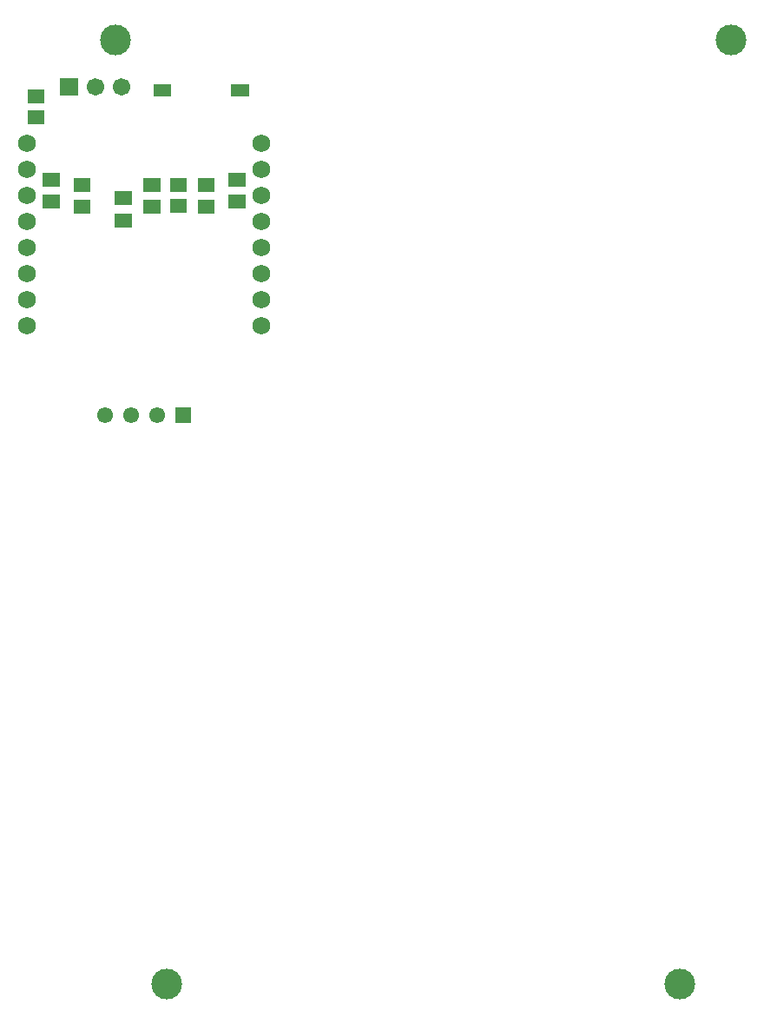
<source format=gbs>
G04 Layer: BottomSolderMaskLayer*
G04 EasyEDA v6.3.22, 2020-01-19T16:38:24+00:00*
G04 a2d37a9207c24dc198fa5f1151cfaccd,4b468aaabfa54ef3be77053c06c4e1f4,10*
G04 Gerber Generator version 0.2*
G04 Scale: 100 percent, Rotated: No, Reflected: No *
G04 Dimensions in inches *
G04 leading zeros omitted , absolute positions ,2 integer and 4 decimal *
%FSLAX24Y24*%
%MOIN*%
G90*
G70D02*

%ADD31C,0.061100*%
%ADD37C,0.067000*%
%ADD39C,0.068000*%
%ADD40C,0.118110*%

%LPD*%
G36*
G01X6233Y25714D02*
G01X6233Y26325D01*
G01X6844Y26325D01*
G01X6844Y25714D01*
G01X6233Y25714D01*
G37*
G54D31*
G01X5538Y26020D03*
G01X4538Y26020D03*
G01X3538Y26020D03*
G36*
G01X5387Y38256D02*
G01X5387Y38730D01*
G01X6058Y38730D01*
G01X6058Y38256D01*
G01X5387Y38256D01*
G37*
G36*
G01X8379Y38256D02*
G01X8379Y38730D01*
G01X9050Y38730D01*
G01X9050Y38256D01*
G01X8379Y38256D01*
G37*
G36*
G01X1815Y38287D02*
G01X1815Y38957D01*
G01X2485Y38957D01*
G01X2485Y38287D01*
G01X1815Y38287D01*
G37*
G54D37*
G01X3151Y38622D03*
G01X4151Y38622D03*
G36*
G01X3901Y33233D02*
G01X3901Y33770D01*
G01X4552Y33770D01*
G01X4552Y33233D01*
G01X3901Y33233D01*
G37*
G36*
G01X3901Y34083D02*
G01X3901Y34620D01*
G01X4552Y34620D01*
G01X4552Y34083D01*
G01X3901Y34083D01*
G37*
G36*
G01X1145Y33941D02*
G01X1145Y34478D01*
G01X1796Y34478D01*
G01X1796Y33941D01*
G01X1145Y33941D01*
G37*
G36*
G01X1145Y34792D02*
G01X1145Y35329D01*
G01X1796Y35329D01*
G01X1796Y34792D01*
G01X1145Y34792D01*
G37*
G36*
G01X2326Y33745D02*
G01X2326Y34281D01*
G01X2977Y34281D01*
G01X2977Y33745D01*
G01X2326Y33745D01*
G37*
G36*
G01X2326Y34595D02*
G01X2326Y35132D01*
G01X2977Y35132D01*
G01X2977Y34595D01*
G01X2326Y34595D01*
G37*
G36*
G01X7090Y34595D02*
G01X7090Y35132D01*
G01X7741Y35132D01*
G01X7741Y34595D01*
G01X7090Y34595D01*
G37*
G36*
G01X7090Y33745D02*
G01X7090Y34281D01*
G01X7741Y34281D01*
G01X7741Y33745D01*
G01X7090Y33745D01*
G37*
G36*
G01X8271Y34792D02*
G01X8271Y35329D01*
G01X8922Y35329D01*
G01X8922Y34792D01*
G01X8271Y34792D01*
G37*
G36*
G01X8271Y33941D02*
G01X8271Y34478D01*
G01X8922Y34478D01*
G01X8922Y33941D01*
G01X8271Y33941D01*
G37*
G36*
G01X5003Y33745D02*
G01X5003Y34281D01*
G01X5654Y34281D01*
G01X5654Y33745D01*
G01X5003Y33745D01*
G37*
G36*
G01X5003Y34595D02*
G01X5003Y35132D01*
G01X5654Y35132D01*
G01X5654Y34595D01*
G01X5003Y34595D01*
G37*
G36*
G01X551Y38001D02*
G01X551Y38538D01*
G01X1209Y38538D01*
G01X1209Y38001D01*
G01X551Y38001D01*
G37*
G36*
G01X551Y37201D02*
G01X551Y37738D01*
G01X1209Y37738D01*
G01X1209Y37201D01*
G01X551Y37201D01*
G37*
G36*
G01X6023Y33776D02*
G01X6023Y34313D01*
G01X6682Y34313D01*
G01X6682Y33776D01*
G01X6023Y33776D01*
G37*
G36*
G01X6023Y34576D02*
G01X6023Y35113D01*
G01X6682Y35113D01*
G01X6682Y34576D01*
G01X6023Y34576D01*
G37*
G54D39*
G01X539Y29451D03*
G01X539Y30451D03*
G01X539Y31451D03*
G01X539Y32451D03*
G01X539Y33451D03*
G01X539Y34451D03*
G01X539Y35451D03*
G01X539Y36451D03*
G01X9539Y29451D03*
G01X9539Y30451D03*
G01X9539Y31451D03*
G01X9539Y32451D03*
G01X9539Y33451D03*
G01X9539Y34451D03*
G01X9539Y35451D03*
G01X9539Y36451D03*
G54D40*
G01X3937Y40435D03*
G01X27559Y40435D03*
G01X5905Y4184D03*
G01X25591Y4184D03*
M00*
M02*

</source>
